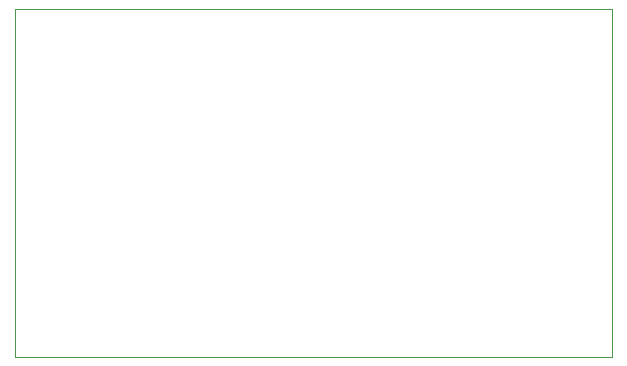
<source format=gbr>
%TF.GenerationSoftware,KiCad,Pcbnew,8.0.7*%
%TF.CreationDate,2025-04-15T10:47:43+02:00*%
%TF.ProjectId,colobus_hardware,636f6c6f-6275-4735-9f68-617264776172,rev?*%
%TF.SameCoordinates,Original*%
%TF.FileFunction,Profile,NP*%
%FSLAX46Y46*%
G04 Gerber Fmt 4.6, Leading zero omitted, Abs format (unit mm)*
G04 Created by KiCad (PCBNEW 8.0.7) date 2025-04-15 10:47:43*
%MOMM*%
%LPD*%
G01*
G04 APERTURE LIST*
%TA.AperFunction,Profile*%
%ADD10C,0.050000*%
%TD*%
G04 APERTURE END LIST*
D10*
X150500000Y-129500000D02*
X150500000Y-100000000D01*
X100000000Y-100000000D02*
X100000000Y-129500000D01*
X100000000Y-129500000D02*
X150500000Y-129500000D01*
X150500000Y-100000000D02*
X100000000Y-100000000D01*
M02*

</source>
